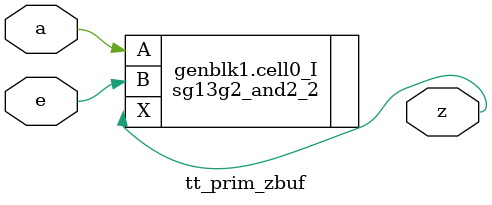
<source format=v>
/*
 * tt_prim_zbuf.v
 *
 * TT Primitive
 * Zeroing buffer (i.e. AND gate ...)
 *
 * Copyright (c) 2024 Sylvain Munaut <tnt@246tNt.com>
 * SPDX-License-Identifier: Apache-2.0
 */

`default_nettype none

module tt_prim_zbuf #(
	parameter integer HIGH_DRIVE = 0
)(
	input  wire a,
	input  wire e,
	output wire z
);

	generate
		if (HIGH_DRIVE) begin
			wire l;

			sg13g2_and2_2 cell0_I (
				.A (a),
				.B (e),
				.X (l)
			);

			sg13g2_buf_8 cell1_I (
				.A (l),
				.X (z)
			);

		end else begin
			sg13g2_and2_2 cell0_I (
				.A (a),
				.B (e),
				.X (z)
			);
		end
	endgenerate

endmodule // tt_prim_zbuf

</source>
